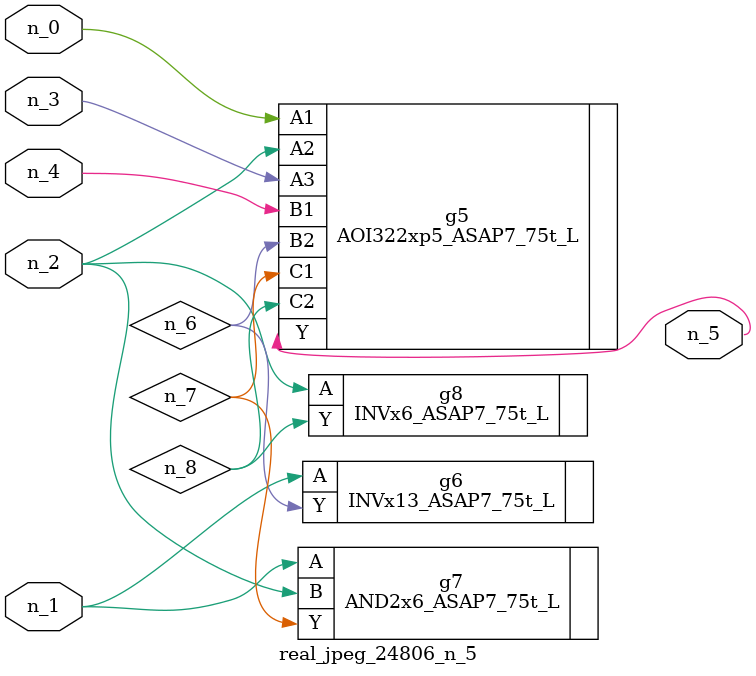
<source format=v>
module real_jpeg_24806_n_5 (n_4, n_0, n_1, n_2, n_3, n_5);

input n_4;
input n_0;
input n_1;
input n_2;
input n_3;

output n_5;

wire n_8;
wire n_6;
wire n_7;

AOI322xp5_ASAP7_75t_L g5 ( 
.A1(n_0),
.A2(n_2),
.A3(n_3),
.B1(n_4),
.B2(n_6),
.C1(n_7),
.C2(n_8),
.Y(n_5)
);

INVx13_ASAP7_75t_L g6 ( 
.A(n_1),
.Y(n_6)
);

AND2x6_ASAP7_75t_L g7 ( 
.A(n_1),
.B(n_2),
.Y(n_7)
);

INVx6_ASAP7_75t_L g8 ( 
.A(n_2),
.Y(n_8)
);


endmodule
</source>
